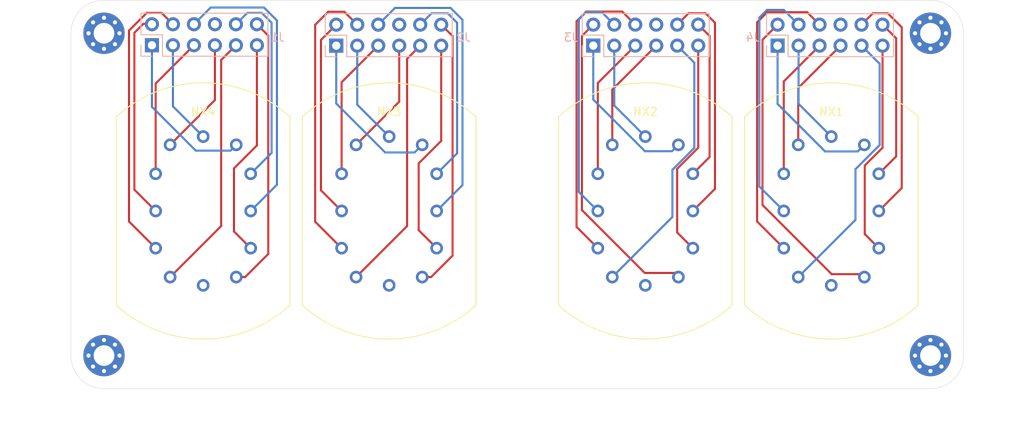
<source format=kicad_pcb>
(kicad_pcb (version 20211014) (generator pcbnew)
  (layers (0 "F.Cu" signal) (31 "B.Cu" signal) (34 "B.Paste" user) (35 "F.Paste" user) (36 "B.SilkS" user "B.Silkscreen") (37 "F.SilkS" user "F.Silkscreen") (38 "B.Mask" user) (39 "F.Mask" user) (44 "Edge.Cuts" user))
  (net 0 "")
  (net 2 "NX1_SIX")
  (net 3 "NX1_A")
  (net 4 "NX1_FIVE")
  (net 5 "NX1_ZERO")
  (net 6 "NX1_FOUR")
  (net 7 "NX1_NINE")
  (net 8 "NX1_THREE")
  (net 9 "NX1_EIGHT")
  (net 10 "NX1_TWO")
  (net 11 "NX1_SEVEN")
  (net 12 "NX1_ONE")
  (net 14 "NX2_SIX")
  (net 15 "NX2_A")
  (net 16 "NX2_FIVE")
  (net 17 "NX2_ZERO")
  (net 18 "NX2_FOUR")
  (net 19 "NX2_NINE")
  (net 20 "NX2_THREE")
  (net 21 "NX2_EIGHT")
  (net 22 "NX2_TWO")
  (net 23 "NX2_SEVEN")
  (net 24 "NX2_ONE")
  (net 26 "NX3_SIX")
  (net 27 "NX3_A")
  (net 28 "NX3_FIVE")
  (net 29 "NX3_ZERO")
  (net 30 "NX3_FOUR")
  (net 31 "NX3_NINE")
  (net 32 "NX3_THREE")
  (net 33 "NX3_EIGHT")
  (net 34 "NX3_TWO")
  (net 35 "NX3_SEVEN")
  (net 36 "NX3_ONE")
  (net 37 "NX4_SIX")
  (net 38 "NX4_A")
  (net 39 "NX4_FIVE")
  (net 40 "NX4_ZERO")
  (net 41 "NX4_FOUR")
  (net 42 "NX4_NINE")
  (net 43 "NX4_THREE")
  (net 44 "NX4_EIGHT")
  (net 45 "NX4_TWO")
  (net 46 "NX4_SEVEN")
  (net 47 "NX4_ONE")
  (footprint "Valve:IN-12A" (layer "F.Cu") (at 105 106)
    (fp_text reference "NX4" (at 0 -12) (layer "F.SilkS"))
    (fp_text value "IN-12A")
    (fp_line (start 10.5 -11.4) (end 10.5 11.4) (layer "F.SilkS") (width 0.12))
    (fp_line (start -10.5 -11.4) (end -10.5 11.4) (layer "F.SilkS") (width 0.12))
    (fp_arc (start 10.499999 11.399999) (mid 0 15.498708) (end -10.499999 11.399999) (layer "F.SilkS") (width 0.12))
    (fp_arc (start -10.499999 -11.399999) (mid 0 -15.498708) (end 10.499999 -11.399999) (layer "F.SilkS") (width 0.12))
    (pad "" np_thru_hole circle locked (at 0 0) (size 3.6 3.6) (drill 3.6) (layers *.Cu *.Mask))
    (pad "0" thru_hole circle locked (at 5.75 4.5) (size 1.524 1.524) (drill 0.9) (layers *.Cu *.Mask) (net 40 "NX4_ZERO"))
    (pad "1" thru_hole circle locked (at -4 8) (size 1.524 1.524) (drill 0.9) (layers *.Cu *.Mask) (net 47 "NX4_ONE"))
    (pad "2" thru_hole circle locked (at -5.75 4.5) (size 1.524 1.524) (drill 0.9) (layers *.Cu *.Mask) (net 45 "NX4_TWO"))
    (pad "3" thru_hole circle locked (at -5.75 0) (size 1.524 1.524) (drill 0.9) (layers *.Cu *.Mask) (net 43 "NX4_THREE"))
    (pad "4" thru_hole circle locked (at -5.75 -4.5) (size 1.524 1.524) (drill 0.9) (layers *.Cu *.Mask) (net 41 "NX4_FOUR"))
    (pad "5" thru_hole circle locked (at -4 -8) (size 1.524 1.524) (drill 0.9) (layers *.Cu *.Mask) (net 39 "NX4_FIVE"))
    (pad "6" thru_hole circle locked (at 0 -9) (size 1.524 1.524) (drill 0.9) (layers *.Cu *.Mask) (net 37 "NX4_SIX"))
    (pad "7" thru_hole circle locked (at 4 -8) (size 1.524 1.524) (drill 0.9) (layers *.Cu *.Mask) (net 46 "NX4_SEVEN"))
    (pad "8" thru_hole circle locked (at 5.75 -4.5) (size 1.524 1.524) (drill 0.9) (layers *.Cu *.Mask) (net 44 "NX4_EIGHT"))
    (pad "9" thru_hole circle locked (at 5.75 0) (size 1.524 1.524) (drill 0.9) (layers *.Cu *.Mask) (net 42 "NX4_NINE"))
    (pad "A" thru_hole circle locked (at 4 8) (size 1.524 1.524) (drill 0.9) (layers *.Cu *.Mask) (net 38 "NX4_A"))
    (pad "LHDP" thru_hole circle locked (at 0 9) (size 1.524 1.524) (drill 0.9) (layers *.Cu *.Mask))
  )
  (footprint "Valve:IN-12A" (layer "F.Cu") (at 127.5 106)
    (fp_text reference "NX3" (at 0 -12) (layer "F.SilkS"))
    (fp_text value "IN-12A")
    (fp_line (start -10.5 -11.4) (end -10.5 11.4) (layer "F.SilkS") (width 0.12))
    (fp_line (start 10.5 -11.4) (end 10.5 11.4) (layer "F.SilkS") (width 0.12))
    (fp_arc (start -10.499999 -11.399999) (mid 0 -15.498708) (end 10.499999 -11.399999) (layer "F.SilkS") (width 0.12))
    (fp_arc (start 10.499999 11.399999) (mid 0 15.498708) (end -10.499999 11.399999) (layer "F.SilkS") (width 0.12))
    (pad "" np_thru_hole circle locked (at 0 0) (size 3.6 3.6) (drill 3.6) (layers *.Cu *.Mask))
    (pad "0" thru_hole circle locked (at 5.75 4.5) (size 1.524 1.524) (drill 0.9) (layers *.Cu *.Mask) (net 29 "NX3_ZERO"))
    (pad "1" thru_hole circle locked (at -4 8) (size 1.524 1.524) (drill 0.9) (layers *.Cu *.Mask) (net 36 "NX3_ONE"))
    (pad "2" thru_hole circle locked (at -5.75 4.5) (size 1.524 1.524) (drill 0.9) (layers *.Cu *.Mask) (net 34 "NX3_TWO"))
    (pad "3" thru_hole circle locked (at -5.75 0) (size 1.524 1.524) (drill 0.9) (layers *.Cu *.Mask) (net 32 "NX3_THREE"))
    (pad "4" thru_hole circle locked (at -5.75 -4.5) (size 1.524 1.524) (drill 0.9) (layers *.Cu *.Mask) (net 30 "NX3_FOUR"))
    (pad "5" thru_hole circle locked (at -4 -8) (size 1.524 1.524) (drill 0.9) (layers *.Cu *.Mask) (net 28 "NX3_FIVE"))
    (pad "6" thru_hole circle locked (at 0 -9) (size 1.524 1.524) (drill 0.9) (layers *.Cu *.Mask) (net 26 "NX3_SIX"))
    (pad "7" thru_hole circle locked (at 4 -8) (size 1.524 1.524) (drill 0.9) (layers *.Cu *.Mask) (net 35 "NX3_SEVEN"))
    (pad "8" thru_hole circle locked (at 5.75 -4.5) (size 1.524 1.524) (drill 0.9) (layers *.Cu *.Mask) (net 33 "NX3_EIGHT"))
    (pad "9" thru_hole circle locked (at 5.75 0) (size 1.524 1.524) (drill 0.9) (layers *.Cu *.Mask) (net 31 "NX3_NINE"))
    (pad "A" thru_hole circle locked (at 4 8) (size 1.524 1.524) (drill 0.9) (layers *.Cu *.Mask) (net 27 "NX3_A"))
    (pad "LHDP" thru_hole circle locked (at 0 9) (size 1.524 1.524) (drill 0.9) (layers *.Cu *.Mask))
  )
  (footprint "Valve:IN-12A" (layer "F.Cu") (at 158.5 106)
    (fp_text reference "NX2" (at 0 -12) (layer "F.SilkS"))
    (fp_text value "IN-12A")
    (fp_line (start 10.5 -11.4) (end 10.5 11.4) (layer "F.SilkS") (width 0.12))
    (fp_line (start -10.5 -11.4) (end -10.5 11.4) (layer "F.SilkS") (width 0.12))
    (fp_arc (start -10.499999 -11.399999) (mid 0 -15.498708) (end 10.499999 -11.399999) (layer "F.SilkS") (width 0.12))
    (fp_arc (start 10.499999 11.399999) (mid 0 15.498708) (end -10.499999 11.399999) (layer "F.SilkS") (width 0.12))
    (pad "" np_thru_hole circle locked (at 0 0) (size 3.6 3.6) (drill 3.6) (layers *.Cu *.Mask))
    (pad "0" thru_hole circle locked (at 5.75 4.5) (size 1.524 1.524) (drill 0.9) (layers *.Cu *.Mask) (net 17 "NX2_ZERO"))
    (pad "1" thru_hole circle locked (at -4 8) (size 1.524 1.524) (drill 0.9) (layers *.Cu *.Mask) (net 24 "NX2_ONE"))
    (pad "2" thru_hole circle locked (at -5.75 4.5) (size 1.524 1.524) (drill 0.9) (layers *.Cu *.Mask) (net 22 "NX2_TWO"))
    (pad "3" thru_hole circle locked (at -5.75 0) (size 1.524 1.524) (drill 0.9) (layers *.Cu *.Mask) (net 20 "NX2_THREE"))
    (pad "4" thru_hole circle locked (at -5.75 -4.5) (size 1.524 1.524) (drill 0.9) (layers *.Cu *.Mask) (net 18 "NX2_FOUR"))
    (pad "5" thru_hole circle locked (at -4 -8) (size 1.524 1.524) (drill 0.9) (layers *.Cu *.Mask) (net 16 "NX2_FIVE"))
    (pad "6" thru_hole circle locked (at 0 -9) (size 1.524 1.524) (drill 0.9) (layers *.Cu *.Mask) (net 14 "NX2_SIX"))
    (pad "7" thru_hole circle locked (at 4 -8) (size 1.524 1.524) (drill 0.9) (layers *.Cu *.Mask) (net 23 "NX2_SEVEN"))
    (pad "8" thru_hole circle locked (at 5.75 -4.5) (size 1.524 1.524) (drill 0.9) (layers *.Cu *.Mask) (net 21 "NX2_EIGHT"))
    (pad "9" thru_hole circle locked (at 5.75 0) (size 1.524 1.524) (drill 0.9) (layers *.Cu *.Mask) (net 19 "NX2_NINE"))
    (pad "A" thru_hole circle locked (at 4 8) (size 1.524 1.524) (drill 0.9) (layers *.Cu *.Mask) (net 15 "NX2_A"))
    (pad "LHDP" thru_hole circle locked (at 0 9) (size 1.524 1.524) (drill 0.9) (layers *.Cu *.Mask))
  )
  (footprint "Valve:IN-12A" (layer "F.Cu") (at 181 106)
    (fp_text reference "NX1" (at 0 -12) (layer "F.SilkS"))
    (fp_text value "IN-12A")
    (fp_line (start 10.5 -11.4) (end 10.5 11.4) (layer "F.SilkS") (width 0.12))
    (fp_line (start -10.5 -11.4) (end -10.5 11.4) (layer "F.SilkS") (width 0.12))
    (fp_arc (start 10.499999 11.399999) (mid 0 15.498708) (end -10.499999 11.399999) (layer "F.SilkS") (width 0.12))
    (fp_arc (start -10.499999 -11.399999) (mid 0 -15.498708) (end 10.499999 -11.399999) (layer "F.SilkS") (width 0.12))
    (pad "" np_thru_hole circle locked (at 0 0) (size 3.6 3.6) (drill 3.6) (layers *.Cu *.Mask))
    (pad "0" thru_hole circle locked (at 5.75 4.5) (size 1.524 1.524) (drill 0.9) (layers *.Cu *.Mask) (net 5 "NX1_ZERO"))
    (pad "1" thru_hole circle locked (at -4 8) (size 1.524 1.524) (drill 0.9) (layers *.Cu *.Mask) (net 12 "NX1_ONE"))
    (pad "2" thru_hole circle locked (at -5.75 4.5) (size 1.524 1.524) (drill 0.9) (layers *.Cu *.Mask) (net 10 "NX1_TWO"))
    (pad "3" thru_hole circle locked (at -5.75 0) (size 1.524 1.524) (drill 0.9) (layers *.Cu *.Mask) (net 8 "NX1_THREE"))
    (pad "4" thru_hole circle locked (at -5.75 -4.5) (size 1.524 1.524) (drill 0.9) (layers *.Cu *.Mask) (net 6 "NX1_FOUR"))
    (pad "5" thru_hole circle locked (at -4 -8) (size 1.524 1.524) (drill 0.9) (layers *.Cu *.Mask) (net 4 "NX1_FIVE"))
    (pad "6" thru_hole circle locked (at 0 -9) (size 1.524 1.524) (drill 0.9) (layers *.Cu *.Mask) (net 2 "NX1_SIX"))
    (pad "7" thru_hole circle locked (at 4 -8) (size 1.524 1.524) (drill 0.9) (layers *.Cu *.Mask) (net 11 "NX1_SEVEN"))
    (pad "8" thru_hole circle locked (at 5.75 -4.5) (size 1.524 1.524) (drill 0.9) (layers *.Cu *.Mask) (net 9 "NX1_EIGHT"))
    (pad "9" thru_hole circle locked (at 5.75 0) (size 1.524 1.524) (drill 0.9) (layers *.Cu *.Mask) (net 7 "NX1_NINE"))
    (pad "A" thru_hole circle locked (at 4 8) (size 1.524 1.524) (drill 0.9) (layers *.Cu *.Mask) (net 3 "NX1_A"))
    (pad "LHDP" thru_hole circle locked (at 0 9) (size 1.524 1.524) (drill 0.9) (layers *.Cu *.Mask))
  )
  (footprint "MountingHole:MountingHole_2.5mm_Pad_Via" (layer "F.Cu") (at 193 84.5)
    (fp_text reference "REF**" hide)
    (fp_text value "MountingHole_2.5mm_Pad_Via")
    (pad "1" thru_hole circle locked (at 0 -1.875) (size 0.8 0.8) (drill 0.5) (layers *.Cu *.Mask))
    (pad "1" thru_hole circle locked (at 1.325825 -1.325825) (size 0.8 0.8) (drill 0.5) (layers *.Cu *.Mask))
    (pad "1" thru_hole circle locked (at 1.325825 1.325825) (size 0.8 0.8) (drill 0.5) (layers *.Cu *.Mask))
    (pad "1" thru_hole circle locked (at 0 0) (size 5 5) (drill 2.5) (layers *.Cu *.Mask))
    (pad "1" thru_hole circle locked (at -1.875 0) (size 0.8 0.8) (drill 0.5) (layers *.Cu *.Mask))
    (pad "1" thru_hole circle locked (at -1.325825 -1.325825) (size 0.8 0.8) (drill 0.5) (layers *.Cu *.Mask))
    (pad "1" thru_hole circle locked (at -1.325825 1.325825) (size 0.8 0.8) (drill 0.5) (layers *.Cu *.Mask))
    (pad "1" thru_hole circle locked (at 1.875 0) (size 0.8 0.8) (drill 0.5) (layers *.Cu *.Mask))
    (pad "1" thru_hole circle locked (at 0 1.875) (size 0.8 0.8) (drill 0.5) (layers *.Cu *.Mask))
  )
  (footprint "MountingHole:MountingHole_2.5mm_Pad_Via" (layer "F.Cu") (at 193 123.5)
    (fp_text reference "REF**" hide)
    (fp_text value "MountingHole_2.5mm_Pad_Via")
    (pad "1" thru_hole circle locked (at -1.325825 -1.325825) (size 0.8 0.8) (drill 0.5) (layers *.Cu *.Mask))
    (pad "1" thru_hole circle locked (at 0 0) (size 5 5) (drill 2.5) (layers *.Cu *.Mask))
    (pad "1" thru_hole circle locked (at -1.325825 1.325825) (size 0.8 0.8) (drill 0.5) (layers *.Cu *.Mask))
    (pad "1" thru_hole circle locked (at -1.875 0) (size 0.8 0.8) (drill 0.5) (layers *.Cu *.Mask))
    (pad "1" thru_hole circle locked (at 1.875 0) (size 0.8 0.8) (drill 0.5) (layers *.Cu *.Mask))
    (pad "1" thru_hole circle locked (at 0 1.875) (size 0.8 0.8) (drill 0.5) (layers *.Cu *.Mask))
    (pad "1" thru_hole circle locked (at 0 -1.875) (size 0.8 0.8) (drill 0.5) (layers *.Cu *.Mask))
    (pad "1" thru_hole circle locked (at 1.325825 1.325825) (size 0.8 0.8) (drill 0.5) (layers *.Cu *.Mask))
    (pad "1" thru_hole circle locked (at 1.325825 -1.325825) (size 0.8 0.8) (drill 0.5) (layers *.Cu *.Mask))
  )
  (footprint "MountingHole:MountingHole_2.5mm_Pad_Via" (layer "F.Cu") (at 93 84.5)
    (fp_text reference "REF**" hide)
    (fp_text value "MountingHole_2.5mm_Pad_Via")
    (pad "1" thru_hole circle locked (at 0 -1.875) (size 0.8 0.8) (drill 0.5) (layers *.Cu *.Mask))
    (pad "1" thru_hole circle locked (at 1.325825 -1.325825) (size 0.8 0.8) (drill 0.5) (layers *.Cu *.Mask))
    (pad "1" thru_hole circle locked (at 0 1.875) (size 0.8 0.8) (drill 0.5) (layers *.Cu *.Mask))
    (pad "1" thru_hole circle locked (at -1.325825 -1.325825) (size 0.8 0.8) (drill 0.5) (layers *.Cu *.Mask))
    (pad "1" thru_hole circle locked (at 1.875 0) (size 0.8 0.8) (drill 0.5) (layers *.Cu *.Mask))
    (pad "1" thru_hole circle locked (at 0 0) (size 5 5) (drill 2.5) (layers *.Cu *.Mask))
    (pad "1" thru_hole circle locked (at -1.325825 1.325825) (size 0.8 0.8) (drill 0.5) (layers *.Cu *.Mask))
    (pad "1" thru_hole circle locked (at 1.325825 1.325825) (size 0.8 0.8) (drill 0.5) (layers *.Cu *.Mask))
    (pad "1" thru_hole circle locked (at -1.875 0) (size 0.8 0.8) (drill 0.5) (layers *.Cu *.Mask))
  )
  (footprint "MountingHole:MountingHole_2.5mm_Pad_Via" (layer "F.Cu") (at 93 123.5)
    (fp_text reference "REF**" hide)
    (fp_text value "MountingHole_2.5mm_Pad_Via")
    (pad "1" thru_hole circle locked (at 1.325825 -1.325825) (size 0.8 0.8) (drill 0.5) (layers *.Cu *.Mask))
    (pad "1" thru_hole circle locked (at 0 1.875) (size 0.8 0.8) (drill 0.5) (layers *.Cu *.Mask))
    (pad "1" thru_hole circle locked (at 1.875 0) (size 0.8 0.8) (drill 0.5) (layers *.Cu *.Mask))
    (pad "1" thru_hole circle locked (at -1.875 0) (size 0.8 0.8) (drill 0.5) (layers *.Cu *.Mask))
    (pad "1" thru_hole circle locked (at -1.325825 1.325825) (size 0.8 0.8) (drill 0.5) (layers *.Cu *.Mask))
    (pad "1" thru_hole circle locked (at 1.325825 1.325825) (size 0.8 0.8) (drill 0.5) (layers *.Cu *.Mask))
    (pad "1" thru_hole circle locked (at 0 -1.875) (size 0.8 0.8) (drill 0.5) (layers *.Cu *.Mask))
    (pad "1" thru_hole circle locked (at 0 0) (size 5 5) (drill 2.5) (layers *.Cu *.Mask))
    (pad "1" thru_hole circle locked (at -1.325825 -1.325825) (size 0.8 0.8) (drill 0.5) (layers *.Cu *.Mask))
  )
  (footprint "Connector_PinSocket_2.54mm:PinSocket_2x06_P2.54mm_Vertical" (layer "B.Cu") (at 98.8 85.95 -90)
    (fp_text reference "J1" (at -0.95 -15.2 180) (layer "B.SilkS") (effects (justify mirror)))
    (fp_text value "Conn_02x06_Odd_Even")
    (fp_line (start 1.33 1.33) (end 1.33 0) (layer "B.SilkS") (width 0.12))
    (fp_line (start -3.87 1.33) (end -1.27 1.33) (layer "B.SilkS") (width 0.12))
    (fp_line (start -1.27 1.33) (end -1.27 -1.27) (layer "B.SilkS") (width 0.12))
    (fp_line (start -3.87 1.33) (end -3.87 -14.03) (layer "B.SilkS") (width 0.12))
    (fp_line (start 0 1.33) (end 1.33 1.33) (layer "B.SilkS") (width 0.12))
    (fp_line (start 1.33 -1.27) (end 1.33 -14.03) (layer "B.SilkS") (width 0.12))
    (fp_line (start -3.87 -14.03) (end 1.33 -14.03) (layer "B.SilkS") (width 0.12))
    (fp_line (start -1.27 -1.27) (end 1.33 -1.27) (layer "B.SilkS") (width 0.12))
    (pad "1" thru_hole rect locked (at 0 0 270) (size 1.7 1.7) (drill 1) (layers *.Cu *.Mask) (net 46 "NX4_SEVEN"))
    (pad "2" thru_hole oval locked (at -2.54 0 270) (size 1.7 1.7) (drill 1) (layers *.Cu *.Mask) (net 43 "NX4_THREE"))
    (pad "3" thru_hole oval locked (at 0 -2.54 270) (size 1.7 1.7) (drill 1) (layers *.Cu *.Mask) (net 37 "NX4_SIX"))
    (pad "4" thru_hole oval locked (at -2.54 -2.54 270) (size 1.7 1.7) (drill 1) (layers *.Cu *.Mask) (net 45 "NX4_TWO"))
    (pad "5" thru_hole oval locked (at 0 -5.08 270) (size 1.7 1.7) (drill 1) (layers *.Cu *.Mask) (net 41 "NX4_FOUR"))
    (pad "6" thru_hole oval locked (at -2.54 -5.08 270) (size 1.7 1.7) (drill 1) (layers *.Cu *.Mask) (net 42 "NX4_NINE"))
    (pad "7" thru_hole oval locked (at 0 -7.62 270) (size 1.7 1.7) (drill 1) (layers *.Cu *.Mask) (net 39 "NX4_FIVE"))
    (pad "8" thru_hole oval locked (at -2.54 -7.62 270) (size 1.7 1.7) (drill 1) (layers *.Cu *.Mask))
    (pad "9" thru_hole oval locked (at 0 -10.16 270) (size 1.7 1.7) (drill 1) (layers *.Cu *.Mask) (net 47 "NX4_ONE"))
    (pad "10" thru_hole oval locked (at -2.54 -10.16 270) (size 1.7 1.7) (drill 1) (layers *.Cu *.Mask) (net 44 "NX4_EIGHT"))
    (pad "11" thru_hole oval locked (at 0 -12.7 270) (size 1.7 1.7) (drill 1) (layers *.Cu *.Mask) (net 40 "NX4_ZERO"))
    (pad "12" thru_hole oval locked (at -2.54 -12.7 270) (size 1.7 1.7) (drill 1) (layers *.Cu *.Mask) (net 38 "NX4_A"))
  )
  (footprint "Connector_PinSocket_2.54mm:PinSocket_2x06_P2.54mm_Vertical" (layer "B.Cu") (at 121.1 86 -90)
    (fp_text reference "J2" (at -1 -15.4 180) (layer "B.SilkS") (effects (justify mirror)))
    (fp_text value "Conn_02x06_Odd_Even")
    (fp_line (start -1.27 -1.27) (end 1.33 -1.27) (layer "B.SilkS") (width 0.12))
    (fp_line (start 1.33 -1.27) (end 1.33 -14.03) (layer "B.SilkS") (width 0.12))
    (fp_line (start 1.33 1.33) (end 1.33 0) (layer "B.SilkS") (width 0.12))
    (fp_line (start -3.87 1.33) (end -3.87 -14.03) (layer "B.SilkS") (width 0.12))
    (fp_line (start 0 1.33) (end 1.33 1.33) (layer "B.SilkS") (width 0.12))
    (fp_line (start -3.87 1.33) (end -1.27 1.33) (layer "B.SilkS") (width 0.12))
    (fp_line (start -1.27 1.33) (end -1.27 -1.27) (layer "B.SilkS") (width 0.12))
    (fp_line (start -3.87 -14.03) (end 1.33 -14.03) (layer "B.SilkS") (width 0.12))
    (pad "1" thru_hole rect locked (at 0 0 270) (size 1.7 1.7) (drill 1) (layers *.Cu *.Mask) (net 35 "NX3_SEVEN"))
    (pad "2" thru_hole oval locked (at -2.54 0 270) (size 1.7 1.7) (drill 1) (layers *.Cu *.Mask) (net 32 "NX3_THREE"))
    (pad "3" thru_hole oval locked (at 0 -2.54 270) (size 1.7 1.7) (drill 1) (layers *.Cu *.Mask) (net 26 "NX3_SIX"))
    (pad "4" thru_hole oval locked (at -2.54 -2.54 270) (size 1.7 1.7) (drill 1) (layers *.Cu *.Mask) (net 34 "NX3_TWO"))
    (pad "5" thru_hole oval locked (at 0 -5.08 270) (size 1.7 1.7) (drill 1) (layers *.Cu *.Mask) (net 30 "NX3_FOUR"))
    (pad "6" thru_hole oval locked (at -2.54 -5.08 270) (size 1.7 1.7) (drill 1) (layers *.Cu *.Mask) (net 31 "NX3_NINE"))
    (pad "7" thru_hole oval locked (at 0 -7.62 270) (size 1.7 1.7) (drill 1) (layers *.Cu *.Mask) (net 28 "NX3_FIVE"))
    (pad "8" thru_hole oval locked (at -2.54 -7.62 270) (size 1.7 1.7) (drill 1) (layers *.Cu *.Mask))
    (pad "9" thru_hole oval locked (at 0 -10.16 270) (size 1.7 1.7) (drill 1) (layers *.Cu *.Mask) (net 36 "NX3_ONE"))
    (pad "10" thru_hole oval locked (at -2.54 -10.16 270) (size 1.7 1.7) (drill 1) (layers *.Cu *.Mask) (net 33 "NX3_EIGHT"))
    (pad "11" thru_hole oval locked (at 0 -12.7 270) (size 1.7 1.7) (drill 1) (layers *.Cu *.Mask) (net 29 "NX3_ZERO"))
    (pad "12" thru_hole oval locked (at -2.54 -12.7 270) (size 1.7 1.7) (drill 1) (layers *.Cu *.Mask) (net 27 "NX3_A"))
  )
  (footprint "Connector_PinSocket_2.54mm:PinSocket_2x06_P2.54mm_Vertical" (layer "B.Cu") (at 152.2 85.995 -90)
    (fp_text reference "J3" (at -0.995 2.7 180) (layer "B.SilkS") (effects (justify mirror)))
    (fp_text value "Conn_02x06_Odd_Even")
    (fp_line (start -1.27 1.33) (end -1.27 -1.27) (layer "B.SilkS") (width 0.12))
    (fp_line (start -3.87 1.33) (end -3.87 -14.03) (layer "B.SilkS") (width 0.12))
    (fp_line (start 1.33 -1.27) (end 1.33 -14.03) (layer "B.SilkS") (width 0.12))
    (fp_line (start -3.87 -14.03) (end 1.33 -14.03) (layer "B.SilkS") (width 0.12))
    (fp_line (start 0 1.33) (end 1.33 1.33) (layer "B.SilkS") (width 0.12))
    (fp_line (start -3.87 1.33) (end -1.27 1.33) (layer "B.SilkS") (width 0.12))
    (fp_line (start 1.33 1.33) (end 1.33 0) (layer "B.SilkS") (width 0.12))
    (fp_line (start -1.27 -1.27) (end 1.33 -1.27) (layer "B.SilkS") (width 0.12))
    (pad "1" thru_hole rect locked (at 0 0 270) (size 1.7 1.7) (drill 1) (layers *.Cu *.Mask) (net 23 "NX2_SEVEN"))
    (pad "2" thru_hole oval locked (at -2.54 0 270) (size 1.7 1.7) (drill 1) (layers *.Cu *.Mask) (net 15 "NX2_A"))
    (pad "3" thru_hole oval locked (at 0 -2.54 270) (size 1.7 1.7) (drill 1) (layers *.Cu *.Mask) (net 14 "NX2_SIX"))
    (pad "4" thru_hole oval locked (at -2.54 -2.54 270) (size 1.7 1.7) (drill 1) (layers *.Cu *.Mask) (net 20 "NX2_THREE"))
    (pad "5" thru_hole oval locked (at 0 -5.08 270) (size 1.7 1.7) (drill 1) (layers *.Cu *.Mask) (net 18 "NX2_FOUR"))
    (pad "6" thru_hole oval locked (at -2.54 -5.08 270) (size 1.7 1.7) (drill 1) (layers *.Cu *.Mask) (net 22 "NX2_TWO"))
    (pad "7" thru_hole oval locked (at 0 -7.62 270) (size 1.7 1.7) (drill 1) (layers *.Cu *.Mask) (net 16 "NX2_FIVE"))
    (pad "8" thru_hole oval locked (at -2.54 -7.62 270) (size 1.7 1.7) (drill 1) (layers *.Cu *.Mask))
    (pad "9" thru_hole oval locked (at 0 -10.16 270) (size 1.7 1.7) (drill 1) (layers *.Cu *.Mask) (net 24 "NX2_ONE"))
    (pad "10" thru_hole oval locked (at -2.54 -10.16 270) (size 1.7 1.7) (drill 1) (layers *.Cu *.Mask) (net 19 "NX2_NINE"))
    (pad "11" thru_hole oval locked (at 0 -12.7 270) (size 1.7 1.7) (drill 1) (layers *.Cu *.Mask) (net 17 "NX2_ZERO"))
    (pad "12" thru_hole oval locked (at -2.54 -12.7 270) (size 1.7 1.7) (drill 1) (layers *.Cu *.Mask) (net 21 "NX2_EIGHT"))
  )
  (footprint "Connector_PinSocket_2.54mm:PinSocket_2x06_P2.54mm_Vertical" (layer "B.Cu") (at 174.5 86 -90)
    (fp_text reference "J4" (at -1 3 180) (layer "B.SilkS") (effects (justify mirror)))
    (fp_text value "Conn_02x06_Odd_Even")
    (fp_line (start 1.33 -1.27) (end 1.33 -14.03) (layer "B.SilkS") (width 0.12))
    (fp_line (start -3.87 1.33) (end -3.87 -14.03) (layer "B.SilkS") (width 0.12))
    (fp_line (start -1.27 -1.27) (end 1.33 -1.27) (layer "B.SilkS") (width 0.12))
    (fp_line (start -3.87 1.33) (end -1.27 1.33) (layer "B.SilkS") (width 0.12))
    (fp_line (start 1.33 1.33) (end 1.33 0) (layer "B.SilkS") (width 0.12))
    (fp_line (start -3.87 -14.03) (end 1.33 -14.03) (layer "B.SilkS") (width 0.12))
    (fp_line (start -1.27 1.33) (end -1.27 -1.27) (layer "B.SilkS") (width 0.12))
    (fp_line (start 0 1.33) (end 1.33 1.33) (layer "B.SilkS") (width 0.12))
    (pad "1" thru_hole rect locked (at 0 0 270) (size 1.7 1.7) (drill 1) (layers *.Cu *.Mask) (net 11 "NX1_SEVEN"))
    (pad "2" thru_hole oval locked (at -2.54 0 270) (size 1.7 1.7) (drill 1) (layers *.Cu *.Mask) (net 3 "NX1_A"))
    (pad "3" thru_hole oval locked (at 0 -2.54 270) (size 1.7 1.7) (drill 1) (layers *.Cu *.Mask) (net 2 "NX1_SIX"))
    (pad "4" thru_hole oval locked (at -2.54 -2.54 270) (size 1.7 1.7) (drill 1) (layers *.Cu *.Mask) (net 8 "NX1_THREE"))
    (pad "5" thru_hole oval locked (at 0 -5.08 270) (size 1.7 1.7) (drill 1) (layers *.Cu *.Mask) (net 6 "NX1_FOUR"))
    (pad "6" thru_hole oval locked (at -2.54 -5.08 270) (size 1.7 1.7) (drill 1) (layers *.Cu *.Mask) (net 10 "NX1_TWO"))
    (pad "7" thru_hole oval locked (at 0 -7.62 270) (size 1.7 1.7) (drill 1) (layers *.Cu *.Mask) (net 4 "NX1_FIVE"))
    (pad "8" thru_hole oval locked (at -2.54 -7.62 270) (size 1.7 1.7) (drill 1) (layers *.Cu *.Mask))
    (pad "9" thru_hole oval locked (at 0 -10.16 270) (size 1.7 1.7) (drill 1) (layers *.Cu *.Mask) (net 12 "NX1_ONE"))
    (pad "10" thru_hole oval locked (at -2.54 -10.16 270) (size 1.7 1.7) (drill 1) (layers *.Cu *.Mask) (net 7 "NX1_NINE"))
    (pad "11" thru_hole oval locked (at 0 -12.7 270) (size 1.7 1.7) (drill 1) (layers *.Cu *.Mask) (net 5 "NX1_ZERO"))
    (pad "12" thru_hole oval locked (at -2.54 -12.7 270) (size 1.7 1.7) (drill 1) (layers *.Cu *.Mask) (net 9 "NX1_EIGHT"))
  )
  (gr_line (start 89 123.5) (end 89 84.5) (layer "Edge.Cuts") (width 0.05))
  (gr_line (start 193 127.5) (end 93 127.5) (layer "Edge.Cuts") (width 0.05))
  (gr_line (start 93 80.5) (end 193 80.5) (layer "Edge.Cuts") (width 0.05))
  (gr_arc (start 197 123.5) (mid 195.828427 126.328427) (end 193 127.5) (layer "Edge.Cuts") (width 0.05))
  (gr_arc (start 89 84.5) (mid 90.171573 81.671573) (end 93 80.5) (layer "Edge.Cuts") (width 0.05))
  (gr_arc (start 193 80.5) (mid 195.828427 81.671573) (end 197 84.5) (layer "Edge.Cuts") (width 0.05))
  (gr_line (start 197 84.5) (end 197 123.5) (layer "Edge.Cuts") (width 0.05))
  (gr_arc (start 93 127.5) (mid 90.171573 126.328427) (end 89 123.5) (layer "Edge.Cuts") (width 0.05))
  (segment (start 177.04 86) (end 177.04 93.04) (width 0.25) (layer "B.Cu") (net 2))
  (segment (start 177.04 93.04) (end 181 97) (width 0.25) (layer "B.Cu") (net 2))
  (segment (start 185 114) (end 184.65 113.65) (width 0.25) (layer "F.Cu") (net 3))
  (segment (start 181.05 113.65) (end 172.675 105.275) (width 0.25) (layer "F.Cu") (net 3))
  (segment (start 184.65 113.65) (end 181.05 113.65) (width 0.25) (layer "F.Cu") (net 3))
  (segment (start 172.675 85.285) (end 172.675 85.425) (width 0.25) (layer "F.Cu") (net 3))
  (segment (start 172.675 105.275) (end 172.675 85.425) (width 0.25) (layer "F.Cu") (net 3))
  (segment (start 174.5 83.46) (end 172.675 85.285) (width 0.25) (layer "F.Cu") (net 3))
  (segment (start 177 98) (end 177 91.12) (width 0.25) (layer "F.Cu") (net 4))
  (segment (start 177 91.12) (end 182.12 86) (width 0.25) (layer "F.Cu") (net 4))
  (segment (start 185.05 100.5) (end 185.05 108.8) (width 0.25) (layer "F.Cu") (net 5))
  (segment (start 187.2 86) (end 187.2 98.35) (width 0.25) (layer "F.Cu") (net 5))
  (segment (start 187.2 98.35) (end 185.05 100.5) (width 0.25) (layer "F.Cu") (net 5))
  (segment (start 185.05 108.8) (end 186.75 110.5) (width 0.25) (layer "F.Cu") (net 5))
  (segment (start 175.25 90.33) (end 175.25 101.5) (width 0.25) (layer "F.Cu") (net 6))
  (segment (start 179.58 86) (end 175.25 90.33) (width 0.25) (layer "F.Cu") (net 6))
  (segment (start 187.835489 82.085489) (end 189.525 83.775) (width 0.25) (layer "F.Cu") (net 7))
  (segment (start 184.66 83.46) (end 186.034511 82.085489) (width 0.25) (layer "F.Cu") (net 7))
  (segment (start 189.525 83.775) (end 189.525 103.225) (width 0.25) (layer "F.Cu") (net 7))
  (segment (start 189.525 103.225) (end 186.75 106) (width 0.25) (layer "F.Cu") (net 7))
  (segment (start 186.034511 82.085489) (end 187.835489 82.085489) (width 0.25) (layer "F.Cu") (net 7))
  (segment (start 172.3 82.6) (end 172.3 103.05) (width 0.25) (layer "B.Cu") (net 8))
  (segment (start 177.04 83.46) (end 175.255 81.675) (width 0.25) (layer "B.Cu") (net 8))
  (segment (start 173.225 81.675) (end 172.3 82.6) (width 0.25) (layer "B.Cu") (net 8))
  (segment (start 172.3 103.05) (end 175.25 106) (width 0.25) (layer "B.Cu") (net 8))
  (segment (start 175.255 81.675) (end 173.225 81.675) (width 0.25) (layer "B.Cu") (net 8))
  (segment (start 188.85 99.4) (end 186.75 101.5) (width 0.25) (layer "F.Cu") (net 9))
  (segment (start 187.2 83.46) (end 188.85 85.11) (width 0.25) (layer "F.Cu") (net 9))
  (segment (start 188.85 85.11) (end 188.85 99.4) (width 0.25) (layer "F.Cu") (net 9))
  (segment (start 172.02548 83.17452) (end 172.02548 107.27548) (width 0.25) (layer "F.Cu") (net 10))
  (segment (start 172.02548 107.27548) (end 175.25 110.5) (width 0.25) (layer "F.Cu") (net 10))
  (segment (start 178.07 81.95) (end 173.25 81.95) (width 0.25) (layer "F.Cu") (net 10))
  (segment (start 173.25 81.95) (end 172.02548 83.17452) (width 0.25) (layer "F.Cu") (net 10))
  (segment (start 179.58 83.46) (end 178.07 81.95) (width 0.25) (layer "F.Cu") (net 10))
  (segment (start 174.5 86) (end 174.5 93.05) (width 0.25) (layer "B.Cu") (net 11))
  (segment (start 184.2 98.8) (end 185 98) (width 0.25) (layer "B.Cu") (net 11))
  (segment (start 180.25 98.8) (end 184.2 98.8) (width 0.25) (layer "B.Cu") (net 11))
  (segment (start 174.5 93.05) (end 180.25 98.8) (width 0.25) (layer "B.Cu") (net 11))
  (segment (start 186.85 98.025) (end 186.85 88.19) (width 0.25) (layer "B.Cu") (net 12))
  (segment (start 183.925 100.95) (end 183.925 107.075) (width 0.25) (layer "B.Cu") (net 12))
  (segment (start 186.85 98.025) (end 183.925 100.95) (width 0.25) (layer "B.Cu") (net 12))
  (segment (start 186.85 88.19) (end 184.66 86) (width 0.25) (layer "B.Cu") (net 12))
  (segment (start 177 114) (end 183.925 107.075) (width 0.25) (layer "B.Cu") (net 12))
  (segment (start 154.74 85.995) (end 154.74 93.24) (width 0.25) (layer "B.Cu") (net 14))
  (segment (start 154.74 93.24) (end 158.5 97) (width 0.25) (layer "B.Cu") (net 14))
  (segment (start 152.2 83.455) (end 150.825489 84.829511) (width 0.25) (layer "F.Cu") (net 15))
  (segment (start 150.825489 105.894891) (end 158.430598 113.5) (width 0.25) (layer "F.Cu") (net 15))
  (segment (start 158.430598 113.5) (end 162 113.5) (width 0.25) (layer "F.Cu") (net 15))
  (segment (start 162 113.5) (end 162.5 114) (width 0.25) (layer "F.Cu") (net 15))
  (segment (start 150.825489 84.829511) (end 150.825489 105.894891) (width 0.25) (layer "F.Cu") (net 15))
  (segment (start 154.5 98) (end 154.5 91.315) (width 0.25) (layer "F.Cu") (net 16))
  (segment (start 154.5 91.315) (end 159.82 85.995) (width 0.25) (layer "F.Cu") (net 16))
  (segment (start 162.35 100.9) (end 162.35 108.6) (width 0.25) (layer "F.Cu") (net 17))
  (segment (start 162.35 108.6) (end 164.25 110.5) (width 0.25) (layer "F.Cu") (net 17))
  (segment (start 164.9 98.35) (end 162.35 100.9) (width 0.25) (layer "F.Cu") (net 17))
  (segment (start 164.9 85.995) (end 164.9 98.35) (width 0.25) (layer "F.Cu") (net 17))
  (segment (start 157.28 85.995) (end 152.75 90.525) (width 0.25) (layer "F.Cu") (net 18))
  (segment (start 152.75 90.525) (end 152.75 101.5) (width 0.25) (layer "F.Cu") (net 18))
  (segment (start 163.734511 82.080489) (end 165.780489 82.080489) (width 0.25) (layer "F.Cu") (net 19))
  (segment (start 166.925 103.325) (end 164.25 106) (width 0.25) (layer "F.Cu") (net 19))
  (segment (start 162.36 83.455) (end 163.734511 82.080489) (width 0.25) (layer "F.Cu") (net 19))
  (segment (start 166.925 83.225) (end 166.925 103.325) (width 0.25) (layer "F.Cu") (net 19))
  (segment (start 165.780489 82.080489) (end 166.925 83.225) (width 0.25) (layer "F.Cu") (net 19))
  (segment (start 151.35 81.925) (end 150.45 82.825) (width 0.25) (layer "B.Cu") (net 20))
  (segment (start 150.45 82.825) (end 150.45 103.7) (width 0.25) (layer "B.Cu") (net 20))
  (segment (start 153.21 81.925) (end 151.35 81.925) (width 0.25) (layer "B.Cu") (net 20))
  (segment (start 154.74 83.455) (end 153.21 81.925) (width 0.25) (layer "B.Cu") (net 20))
  (segment (start 150.45 103.7) (end 152.75 106) (width 0.25) (layer "B.Cu") (net 20))
  (segment (start 166.274511 99.475489) (end 166.274511 84.829511) (width 0.25) (layer "F.Cu") (net 21))
  (segment (start 164.25 101.5) (end 166.274511 99.475489) (width 0.25) (layer "F.Cu") (net 21))
  (segment (start 166.274511 84.829511) (end 164.9 83.455) (width 0.25) (layer "F.Cu") (net 21))
  (segment (start 157.28 83.455) (end 155.7 81.875) (width 0.25) (layer "F.Cu") (net 22))
  (segment (start 155.7 81.875) (end 151.35 81.875) (width 0.25) (layer "F.Cu") (net 22))
  (segment (start 150.175969 83.049031) (end 150.175969 107.925969) (width 0.25) (layer "F.Cu") (net 22))
  (segment (start 150.175969 107.925969) (end 152.75 110.5) (width 0.25) (layer "F.Cu") (net 22))
  (segment (start 151.35 81.875) (end 150.175969 83.049031) (width 0.25) (layer "F.Cu") (net 22))
  (segment (start 158.455598 98.775) (end 161.725 98.775) (width 0.25) (layer "B.Cu") (net 23))
  (segment (start 152.2 85.995) (end 152.2 92.519402) (width 0.25) (layer "B.Cu") (net 23))
  (segment (start 161.725 98.775) (end 162.5 98) (width 0.25) (layer "B.Cu") (net 23))
  (segment (start 152.2 92.519402) (end 158.455598 98.775) (width 0.25) (layer "B.Cu") (net 23))
  (segment (start 164.425 98.375) (end 164.425 88.06) (width 0.25) (layer "B.Cu") (net 24))
  (segment (start 161.775 101.025) (end 164.425 98.375) (width 0.25) (layer "B.Cu") (net 24))
  (segment (start 164.425 88.06) (end 162.36 85.995) (width 0.25) (layer "B.Cu") (net 24))
  (segment (start 154.5 114) (end 161.775 106.725) (width 0.25) (layer "B.Cu") (net 24))
  (segment (start 161.775 106.725) (end 161.775 101.025) (width 0.25) (layer "B.Cu") (net 24))
  (segment (start 123.64 93.14) (end 127.5 97) (width 0.25) (layer "B.Cu") (net 26))
  (segment (start 123.64 86) (end 123.64 93.14) (width 0.25) (layer "B.Cu") (net 26))
  (segment (start 132.57763 114) (end 131.5 114) (width 0.25) (layer "F.Cu") (net 27))
  (segment (start 133.8 83.46) (end 135.174511 84.834511) (width 0.25) (layer "F.Cu") (net 27))
  (segment (start 135.174511 111.403119) (end 132.57763 114) (width 0.25) (layer "F.Cu") (net 27))
  (segment (start 135.174511 84.834511) (end 135.174511 111.403119) (width 0.25) (layer "F.Cu") (net 27))
  (segment (start 128.72 92.78) (end 123.5 98) (width 0.25) (layer "F.Cu") (net 28))
  (segment (start 128.72 86) (end 128.72 92.78) (width 0.25) (layer "F.Cu") (net 28))
  (segment (start 131.075 100.244402) (end 131.075 108.325) (width 0.25) (layer "F.Cu") (net 29))
  (segment (start 133.8 86) (end 133.8 97.519402) (width 0.25) (layer "F.Cu") (net 29))
  (segment (start 131.075 108.325) (end 133.25 110.5) (width 0.25) (layer "F.Cu") (net 29))
  (segment (start 133.8 97.519402) (end 131.075 100.244402) (width 0.25) (layer "F.Cu") (net 29))
  (segment (start 121.75 90.43) (end 121.75 101.5) (width 0.25) (layer "F.Cu") (net 30))
  (segment (start 126.18 86) (end 121.75 90.43) (width 0.25) (layer "F.Cu") (net 30))
  (segment (start 136.37452 82.87452) (end 136.37452 102.87548) (width 0.25) (layer "B.Cu") (net 31))
  (segment (start 134.935969 81.435969) (end 136.37452 82.87452) (width 0.25) (layer "B.Cu") (net 31))
  (segment (start 136.37452 102.87548) (end 133.25 106) (width 0.25) (layer "B.Cu") (net 31))
  (segment (start 128.204031 81.435969) (end 134.935969 81.435969) (width 0.25) (layer "B.Cu") (net 31))
  (segment (start 126.18 83.46) (end 128.204031 81.435969) (width 0.25) (layer "B.Cu") (net 31))
  (segment (start 121.1 83.46) (end 119.24952 85.31048) (width 0.25) (layer "F.Cu") (net 32))
  (segment (start 119.24952 85.31048) (end 119.24952 103.49952) (width 0.25) (layer "F.Cu") (net 32))
  (segment (start 119.24952 103.49952) (end 121.75 106) (width 0.25) (layer "F.Cu") (net 32))
  (segment (start 135.725 99.025) (end 133.25 101.5) (width 0.25) (layer "B.Cu") (net 33))
  (segment (start 132.634511 82.085489) (end 134.585489 82.085489) (width 0.25) (layer "B.Cu") (net 33))
  (segment (start 135.725 83.225) (end 135.725 99.025) (width 0.25) (layer "B.Cu") (net 33))
  (segment (start 131.26 83.46) (end 132.634511 82.085489) (width 0.25) (layer "B.Cu") (net 33))
  (segment (start 134.585489 82.085489) (end 135.725 83.225) (width 0.25) (layer "B.Cu") (net 33))
  (segment (start 120.125 81.9) (end 118.55 83.475) (width 0.25) (layer "F.Cu") (net 34))
  (segment (start 118.55 83.475) (end 118.55 107.3) (width 0.25) (layer "F.Cu") (net 34))
  (segment (start 123.64 83.46) (end 122.08 81.9) (width 0.25) (layer "F.Cu") (net 34))
  (segment (start 122.08 81.9) (end 120.125 81.9) (width 0.25) (layer "F.Cu") (net 34))
  (segment (start 118.55 107.3) (end 121.75 110.5) (width 0.25) (layer "F.Cu") (net 34))
  (segment (start 121.1 86) (end 121.1 93) (width 0.25) (layer "B.Cu") (net 35))
  (segment (start 127.025 98.925) (end 130.575 98.925) (width 0.25) (layer "B.Cu") (net 35))
  (segment (start 121.1 93) (end 127.025 98.925) (width 0.25) (layer "B.Cu") (net 35))
  (segment (start 130.575 98.925) (end 131.5 98) (width 0.25) (layer "B.Cu") (net 35))
  (segment (start 129.674521 107.825479) (end 123.5 114) (width 0.25) (layer "F.Cu") (net 36))
  (segment (start 131.26 86) (end 129.674521 87.585479) (width 0.25) (layer "F.Cu") (net 36))
  (segment (start 129.674521 87.585479) (end 129.674521 107.825479) (width 0.25) (layer "F.Cu") (net 36))
  (segment (start 101.34 85.95) (end 101.34 93.34) (width 0.25) (layer "B.Cu") (net 37))
  (segment (start 101.34 93.34) (end 105 97) (width 0.25) (layer "B.Cu") (net 37))
  (segment (start 110.07763 114) (end 109 114) (width 0.25) (layer "F.Cu") (net 38))
  (segment (start 112.874511 84.784511) (end 112.874511 111.203119) (width 0.25) (layer "F.Cu") (net 38))
  (segment (start 111.5 83.41) (end 112.874511 84.784511) (width 0.25) (layer "F.Cu") (net 38))
  (segment (start 112.874511 111.203119) (end 110.07763 114) (width 0.25) (layer "F.Cu") (net 38))
  (segment (start 106.42 92.58) (end 101 98) (width 0.25) (layer "F.Cu") (net 39))
  (segment (start 106.42 85.95) (end 106.42 92.58) (width 0.25) (layer "F.Cu") (net 39))
  (segment (start 108.725 108.475) (end 110.75 110.5) (width 0.25) (layer "F.Cu") (net 40))
  (segment (start 111.5 98.075) (end 108.725 100.85) (width 0.25) (layer "F.Cu") (net 40))
  (segment (start 108.725 100.85) (end 108.725 108.475) (width 0.25) (layer "F.Cu") (net 40))
  (segment (start 111.5 85.95) (end 111.5 98.075) (width 0.25) (layer "F.Cu") (net 40))
  (segment (start 103.88 85.95) (end 99.25 90.58) (width 0.25) (layer "F.Cu") (net 41))
  (segment (start 99.25 90.58) (end 99.25 101.5) (width 0.25) (layer "F.Cu") (net 41))
  (segment (start 113.925 102.825) (end 110.75 106) (width 0.25) (layer "B.Cu") (net 42))
  (segment (start 103.88 83.41) (end 105.904031 81.385969) (width 0.25) (layer "B.Cu") (net 42))
  (segment (start 113.925 82.95644) (end 113.925 102.825) (width 0.25) (layer "B.Cu") (net 42))
  (segment (start 112.354529 81.385969) (end 113.925 82.95644) (width 0.25) (layer "B.Cu") (net 42))
  (segment (start 105.904031 81.385969) (end 112.354529 81.385969) (width 0.25) (layer "B.Cu") (net 42))
  (segment (start 97.76856 83.35) (end 96.674031 84.444529) (width 0.25) (layer "F.Cu") (net 43))
  (segment (start 98.74 83.35) (end 97.76856 83.35) (width 0.25) (layer "F.Cu") (net 43))
  (segment (start 96.674031 84.444529) (end 96.674031 103.424031) (width 0.25) (layer "F.Cu") (net 43))
  (segment (start 98.8 83.41) (end 98.74 83.35) (width 0.25) (layer "F.Cu") (net 43))
  (segment (start 96.674031 103.424031) (end 99.25 106) (width 0.25) (layer "F.Cu") (net 43))
  (segment (start 112.085489 82.035489) (end 113.275 83.225) (width 0.25) (layer "B.Cu") (net 44))
  (segment (start 113.275 83.225) (end 113.275 98.975) (width 0.25) (layer "B.Cu") (net 44))
  (segment (start 113.275 98.975) (end 110.75 101.5) (width 0.25) (layer "B.Cu") (net 44))
  (segment (start 110.334511 82.035489) (end 112.085489 82.035489) (width 0.25) (layer "B.Cu") (net 44))
  (segment (start 108.96 83.41) (end 110.334511 82.035489) (width 0.25) (layer "B.Cu") (net 44))
  (segment (start 99.965489 82.035489) (end 98.164511 82.035489) (width 0.25) (layer "F.Cu") (net 45))
  (segment (start 101.34 83.41) (end 99.965489 82.035489) (width 0.25) (layer "F.Cu") (net 45))
  (segment (start 96.024511 107.274511) (end 96.024511 84.175489) (width 0.25) (layer "F.Cu") (net 45))
  (segment (start 98.164511 82.035489) (end 96.024511 84.175489) (width 0.25) (layer "F.Cu") (net 45))
  (segment (start 99.25 110.5) (end 96.024511 107.274511) (width 0.25) (layer "F.Cu") (net 45))
  (segment (start 98.8 85.95) (end 98.8 93.4) (width 0.25) (layer "B.Cu") (net 46))
  (segment (start 98.8 93.4) (end 104.1 98.7) (width 0.25) (layer "B.Cu") (net 46))
  (segment (start 108.3 98.7) (end 109 98) (width 0.25) (layer "B.Cu") (net 46))
  (segment (start 104.1 98.7) (end 108.3 98.7) (width 0.25) (layer "B.Cu") (net 46))
  (segment (start 108.96 85.95) (end 107.174521 87.735479) (width 0.25) (layer "F.Cu") (net 47))
  (segment (start 107.174521 107.825479) (end 101 114) (width 0.25) (layer "F.Cu") (net 47))
  (segment (start 107.174521 87.735479) (end 107.174521 107.825479) (width 0.25) (layer "F.Cu") (net 47))
)
</source>
